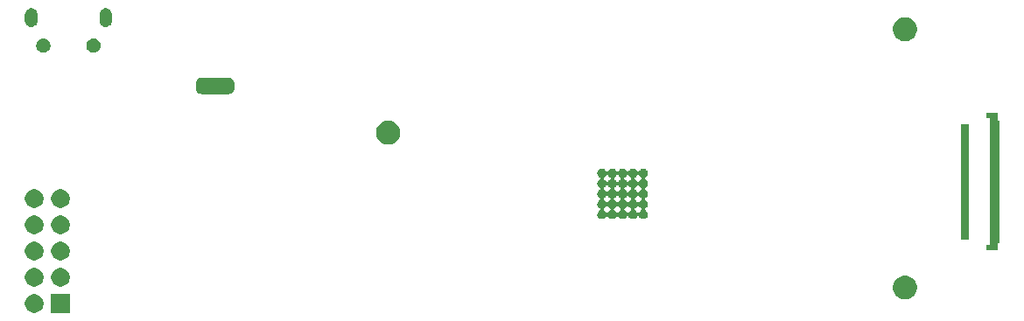
<source format=gbr>
G04 #@! TF.GenerationSoftware,KiCad,Pcbnew,5.1.6*
G04 #@! TF.CreationDate,2020-06-25T17:00:22+02:00*
G04 #@! TF.ProjectId,epaper-breakout,65706170-6572-42d6-9272-65616b6f7574,rev?*
G04 #@! TF.SameCoordinates,Original*
G04 #@! TF.FileFunction,Soldermask,Bot*
G04 #@! TF.FilePolarity,Negative*
%FSLAX46Y46*%
G04 Gerber Fmt 4.6, Leading zero omitted, Abs format (unit mm)*
G04 Created by KiCad (PCBNEW 5.1.6) date 2020-06-25 17:00:22*
%MOMM*%
%LPD*%
G01*
G04 APERTURE LIST*
%ADD10C,0.100000*%
G04 APERTURE END LIST*
D10*
G36*
X30602000Y-49652000D02*
G01*
X28800000Y-49652000D01*
X28800000Y-47850000D01*
X30602000Y-47850000D01*
X30602000Y-49652000D01*
G37*
G36*
X27274512Y-47854927D02*
G01*
X27423812Y-47884624D01*
X27587784Y-47952544D01*
X27735354Y-48051147D01*
X27860853Y-48176646D01*
X27959456Y-48324216D01*
X28027376Y-48488188D01*
X28062000Y-48662259D01*
X28062000Y-48839741D01*
X28027376Y-49013812D01*
X27959456Y-49177784D01*
X27860853Y-49325354D01*
X27735354Y-49450853D01*
X27587784Y-49549456D01*
X27423812Y-49617376D01*
X27274512Y-49647073D01*
X27249742Y-49652000D01*
X27072258Y-49652000D01*
X27047488Y-49647073D01*
X26898188Y-49617376D01*
X26734216Y-49549456D01*
X26586646Y-49450853D01*
X26461147Y-49325354D01*
X26362544Y-49177784D01*
X26294624Y-49013812D01*
X26260000Y-48839741D01*
X26260000Y-48662259D01*
X26294624Y-48488188D01*
X26362544Y-48324216D01*
X26461147Y-48176646D01*
X26586646Y-48051147D01*
X26734216Y-47952544D01*
X26898188Y-47884624D01*
X27047488Y-47854927D01*
X27072258Y-47850000D01*
X27249742Y-47850000D01*
X27274512Y-47854927D01*
G37*
G36*
X111624549Y-46071116D02*
G01*
X111735734Y-46093232D01*
X111945203Y-46179997D01*
X112133720Y-46305960D01*
X112294040Y-46466280D01*
X112420003Y-46654797D01*
X112506768Y-46864266D01*
X112551000Y-47086636D01*
X112551000Y-47313364D01*
X112506768Y-47535734D01*
X112420003Y-47745203D01*
X112294040Y-47933720D01*
X112133720Y-48094040D01*
X111945203Y-48220003D01*
X111735734Y-48306768D01*
X111624549Y-48328884D01*
X111513365Y-48351000D01*
X111286635Y-48351000D01*
X111175451Y-48328884D01*
X111064266Y-48306768D01*
X110854797Y-48220003D01*
X110666280Y-48094040D01*
X110505960Y-47933720D01*
X110379997Y-47745203D01*
X110293232Y-47535734D01*
X110249000Y-47313364D01*
X110249000Y-47086636D01*
X110293232Y-46864266D01*
X110379997Y-46654797D01*
X110505960Y-46466280D01*
X110666280Y-46305960D01*
X110854797Y-46179997D01*
X111064266Y-46093232D01*
X111175451Y-46071116D01*
X111286635Y-46049000D01*
X111513365Y-46049000D01*
X111624549Y-46071116D01*
G37*
G36*
X27274512Y-45314927D02*
G01*
X27423812Y-45344624D01*
X27587784Y-45412544D01*
X27735354Y-45511147D01*
X27860853Y-45636646D01*
X27959456Y-45784216D01*
X28027376Y-45948188D01*
X28062000Y-46122259D01*
X28062000Y-46299741D01*
X28027376Y-46473812D01*
X27959456Y-46637784D01*
X27860853Y-46785354D01*
X27735354Y-46910853D01*
X27587784Y-47009456D01*
X27423812Y-47077376D01*
X27274512Y-47107073D01*
X27249742Y-47112000D01*
X27072258Y-47112000D01*
X27047488Y-47107073D01*
X26898188Y-47077376D01*
X26734216Y-47009456D01*
X26586646Y-46910853D01*
X26461147Y-46785354D01*
X26362544Y-46637784D01*
X26294624Y-46473812D01*
X26260000Y-46299741D01*
X26260000Y-46122259D01*
X26294624Y-45948188D01*
X26362544Y-45784216D01*
X26461147Y-45636646D01*
X26586646Y-45511147D01*
X26734216Y-45412544D01*
X26898188Y-45344624D01*
X27047488Y-45314927D01*
X27072258Y-45310000D01*
X27249742Y-45310000D01*
X27274512Y-45314927D01*
G37*
G36*
X29814512Y-45314927D02*
G01*
X29963812Y-45344624D01*
X30127784Y-45412544D01*
X30275354Y-45511147D01*
X30400853Y-45636646D01*
X30499456Y-45784216D01*
X30567376Y-45948188D01*
X30602000Y-46122259D01*
X30602000Y-46299741D01*
X30567376Y-46473812D01*
X30499456Y-46637784D01*
X30400853Y-46785354D01*
X30275354Y-46910853D01*
X30127784Y-47009456D01*
X29963812Y-47077376D01*
X29814512Y-47107073D01*
X29789742Y-47112000D01*
X29612258Y-47112000D01*
X29587488Y-47107073D01*
X29438188Y-47077376D01*
X29274216Y-47009456D01*
X29126646Y-46910853D01*
X29001147Y-46785354D01*
X28902544Y-46637784D01*
X28834624Y-46473812D01*
X28800000Y-46299741D01*
X28800000Y-46122259D01*
X28834624Y-45948188D01*
X28902544Y-45784216D01*
X29001147Y-45636646D01*
X29126646Y-45511147D01*
X29274216Y-45412544D01*
X29438188Y-45344624D01*
X29587488Y-45314927D01*
X29612258Y-45310000D01*
X29789742Y-45310000D01*
X29814512Y-45314927D01*
G37*
G36*
X29814512Y-42774927D02*
G01*
X29963812Y-42804624D01*
X30127784Y-42872544D01*
X30275354Y-42971147D01*
X30400853Y-43096646D01*
X30499456Y-43244216D01*
X30567376Y-43408188D01*
X30602000Y-43582259D01*
X30602000Y-43759741D01*
X30567376Y-43933812D01*
X30499456Y-44097784D01*
X30400853Y-44245354D01*
X30275354Y-44370853D01*
X30127784Y-44469456D01*
X29963812Y-44537376D01*
X29814512Y-44567073D01*
X29789742Y-44572000D01*
X29612258Y-44572000D01*
X29587488Y-44567073D01*
X29438188Y-44537376D01*
X29274216Y-44469456D01*
X29126646Y-44370853D01*
X29001147Y-44245354D01*
X28902544Y-44097784D01*
X28834624Y-43933812D01*
X28800000Y-43759741D01*
X28800000Y-43582259D01*
X28834624Y-43408188D01*
X28902544Y-43244216D01*
X29001147Y-43096646D01*
X29126646Y-42971147D01*
X29274216Y-42872544D01*
X29438188Y-42804624D01*
X29587488Y-42774927D01*
X29612258Y-42770000D01*
X29789742Y-42770000D01*
X29814512Y-42774927D01*
G37*
G36*
X27274512Y-42774927D02*
G01*
X27423812Y-42804624D01*
X27587784Y-42872544D01*
X27735354Y-42971147D01*
X27860853Y-43096646D01*
X27959456Y-43244216D01*
X28027376Y-43408188D01*
X28062000Y-43582259D01*
X28062000Y-43759741D01*
X28027376Y-43933812D01*
X27959456Y-44097784D01*
X27860853Y-44245354D01*
X27735354Y-44370853D01*
X27587784Y-44469456D01*
X27423812Y-44537376D01*
X27274512Y-44567073D01*
X27249742Y-44572000D01*
X27072258Y-44572000D01*
X27047488Y-44567073D01*
X26898188Y-44537376D01*
X26734216Y-44469456D01*
X26586646Y-44370853D01*
X26461147Y-44245354D01*
X26362544Y-44097784D01*
X26294624Y-43933812D01*
X26260000Y-43759741D01*
X26260000Y-43582259D01*
X26294624Y-43408188D01*
X26362544Y-43244216D01*
X26461147Y-43096646D01*
X26586646Y-42971147D01*
X26734216Y-42872544D01*
X26898188Y-42804624D01*
X27047488Y-42774927D01*
X27072258Y-42770000D01*
X27249742Y-42770000D01*
X27274512Y-42774927D01*
G37*
G36*
X120328200Y-30939401D02*
G01*
X120330602Y-30963787D01*
X120337715Y-30987236D01*
X120349266Y-31008847D01*
X120364811Y-31027789D01*
X120383753Y-31043334D01*
X120405364Y-31054885D01*
X120428813Y-31061998D01*
X120453199Y-31064400D01*
X120528200Y-31064400D01*
X120528200Y-42866400D01*
X120453199Y-42866400D01*
X120428813Y-42868802D01*
X120405364Y-42875915D01*
X120383753Y-42887466D01*
X120364811Y-42903011D01*
X120349266Y-42921953D01*
X120337715Y-42943564D01*
X120330602Y-42967013D01*
X120328200Y-42991399D01*
X120328200Y-43616400D01*
X119276200Y-43616400D01*
X119276200Y-43114400D01*
X119501201Y-43114400D01*
X119525587Y-43111998D01*
X119549036Y-43104885D01*
X119570647Y-43093334D01*
X119589589Y-43077789D01*
X119605134Y-43058847D01*
X119616685Y-43037236D01*
X119623798Y-43013787D01*
X119626200Y-42989401D01*
X119626200Y-30941399D01*
X119623798Y-30917013D01*
X119616685Y-30893564D01*
X119605134Y-30871953D01*
X119589589Y-30853011D01*
X119570647Y-30837466D01*
X119549036Y-30825915D01*
X119525587Y-30818802D01*
X119501201Y-30816400D01*
X119276200Y-30816400D01*
X119276200Y-30314400D01*
X120328200Y-30314400D01*
X120328200Y-30939401D01*
G37*
G36*
X117578200Y-42566400D02*
G01*
X116826200Y-42566400D01*
X116826200Y-31364400D01*
X117578200Y-31364400D01*
X117578200Y-42566400D01*
G37*
G36*
X27274512Y-40234927D02*
G01*
X27423812Y-40264624D01*
X27587784Y-40332544D01*
X27735354Y-40431147D01*
X27860853Y-40556646D01*
X27959456Y-40704216D01*
X28027376Y-40868188D01*
X28062000Y-41042259D01*
X28062000Y-41219741D01*
X28027376Y-41393812D01*
X27959456Y-41557784D01*
X27860853Y-41705354D01*
X27735354Y-41830853D01*
X27587784Y-41929456D01*
X27423812Y-41997376D01*
X27274512Y-42027073D01*
X27249742Y-42032000D01*
X27072258Y-42032000D01*
X27047488Y-42027073D01*
X26898188Y-41997376D01*
X26734216Y-41929456D01*
X26586646Y-41830853D01*
X26461147Y-41705354D01*
X26362544Y-41557784D01*
X26294624Y-41393812D01*
X26260000Y-41219741D01*
X26260000Y-41042259D01*
X26294624Y-40868188D01*
X26362544Y-40704216D01*
X26461147Y-40556646D01*
X26586646Y-40431147D01*
X26734216Y-40332544D01*
X26898188Y-40264624D01*
X27047488Y-40234927D01*
X27072258Y-40230000D01*
X27249742Y-40230000D01*
X27274512Y-40234927D01*
G37*
G36*
X29814512Y-40234927D02*
G01*
X29963812Y-40264624D01*
X30127784Y-40332544D01*
X30275354Y-40431147D01*
X30400853Y-40556646D01*
X30499456Y-40704216D01*
X30567376Y-40868188D01*
X30602000Y-41042259D01*
X30602000Y-41219741D01*
X30567376Y-41393812D01*
X30499456Y-41557784D01*
X30400853Y-41705354D01*
X30275354Y-41830853D01*
X30127784Y-41929456D01*
X29963812Y-41997376D01*
X29814512Y-42027073D01*
X29789742Y-42032000D01*
X29612258Y-42032000D01*
X29587488Y-42027073D01*
X29438188Y-41997376D01*
X29274216Y-41929456D01*
X29126646Y-41830853D01*
X29001147Y-41705354D01*
X28902544Y-41557784D01*
X28834624Y-41393812D01*
X28800000Y-41219741D01*
X28800000Y-41042259D01*
X28834624Y-40868188D01*
X28902544Y-40704216D01*
X29001147Y-40556646D01*
X29126646Y-40431147D01*
X29274216Y-40332544D01*
X29438188Y-40264624D01*
X29587488Y-40234927D01*
X29612258Y-40230000D01*
X29789742Y-40230000D01*
X29814512Y-40234927D01*
G37*
G36*
X82210752Y-35693731D02*
G01*
X82292827Y-35727728D01*
X82292829Y-35727729D01*
X82330013Y-35752575D01*
X82366695Y-35777085D01*
X82429516Y-35839906D01*
X82475267Y-35908377D01*
X82490813Y-35927319D01*
X82509755Y-35942864D01*
X82531365Y-35954415D01*
X82554814Y-35961528D01*
X82579200Y-35963930D01*
X82603586Y-35961528D01*
X82627035Y-35954415D01*
X82648646Y-35942864D01*
X82667588Y-35927318D01*
X82683133Y-35908377D01*
X82728884Y-35839906D01*
X82791705Y-35777085D01*
X82828387Y-35752575D01*
X82865571Y-35727729D01*
X82865573Y-35727728D01*
X82947648Y-35693731D01*
X83034779Y-35676400D01*
X83123621Y-35676400D01*
X83210752Y-35693731D01*
X83292827Y-35727728D01*
X83292829Y-35727729D01*
X83330013Y-35752575D01*
X83366695Y-35777085D01*
X83429516Y-35839906D01*
X83475267Y-35908377D01*
X83490813Y-35927319D01*
X83509755Y-35942864D01*
X83531365Y-35954415D01*
X83554814Y-35961528D01*
X83579200Y-35963930D01*
X83603586Y-35961528D01*
X83627035Y-35954415D01*
X83648646Y-35942864D01*
X83667588Y-35927318D01*
X83683133Y-35908377D01*
X83728884Y-35839906D01*
X83791705Y-35777085D01*
X83828387Y-35752575D01*
X83865571Y-35727729D01*
X83865573Y-35727728D01*
X83947648Y-35693731D01*
X84034779Y-35676400D01*
X84123621Y-35676400D01*
X84210752Y-35693731D01*
X84292827Y-35727728D01*
X84292829Y-35727729D01*
X84330013Y-35752575D01*
X84366695Y-35777085D01*
X84429516Y-35839906D01*
X84475267Y-35908377D01*
X84490813Y-35927319D01*
X84509755Y-35942864D01*
X84531365Y-35954415D01*
X84554814Y-35961528D01*
X84579200Y-35963930D01*
X84603586Y-35961528D01*
X84627035Y-35954415D01*
X84648646Y-35942864D01*
X84667588Y-35927318D01*
X84683133Y-35908377D01*
X84728884Y-35839906D01*
X84791705Y-35777085D01*
X84828387Y-35752575D01*
X84865571Y-35727729D01*
X84865573Y-35727728D01*
X84947648Y-35693731D01*
X85034779Y-35676400D01*
X85123621Y-35676400D01*
X85210752Y-35693731D01*
X85292827Y-35727728D01*
X85292829Y-35727729D01*
X85330013Y-35752575D01*
X85366695Y-35777085D01*
X85429516Y-35839906D01*
X85475267Y-35908377D01*
X85490813Y-35927319D01*
X85509755Y-35942864D01*
X85531365Y-35954415D01*
X85554814Y-35961528D01*
X85579200Y-35963930D01*
X85603586Y-35961528D01*
X85627035Y-35954415D01*
X85648646Y-35942864D01*
X85667588Y-35927318D01*
X85683133Y-35908377D01*
X85728884Y-35839906D01*
X85791705Y-35777085D01*
X85828387Y-35752575D01*
X85865571Y-35727729D01*
X85865573Y-35727728D01*
X85947648Y-35693731D01*
X86034779Y-35676400D01*
X86123621Y-35676400D01*
X86210752Y-35693731D01*
X86292827Y-35727728D01*
X86292829Y-35727729D01*
X86330013Y-35752575D01*
X86366695Y-35777085D01*
X86429515Y-35839905D01*
X86478872Y-35913773D01*
X86512869Y-35995848D01*
X86530200Y-36082979D01*
X86530200Y-36171821D01*
X86512869Y-36258952D01*
X86478872Y-36341027D01*
X86429515Y-36414895D01*
X86366694Y-36477716D01*
X86298223Y-36523467D01*
X86279281Y-36539013D01*
X86263736Y-36557955D01*
X86252185Y-36579565D01*
X86245072Y-36603014D01*
X86242670Y-36627400D01*
X86245072Y-36651786D01*
X86252185Y-36675235D01*
X86263736Y-36696846D01*
X86279282Y-36715788D01*
X86298223Y-36731333D01*
X86366694Y-36777084D01*
X86429515Y-36839905D01*
X86478872Y-36913773D01*
X86512869Y-36995848D01*
X86530200Y-37082979D01*
X86530200Y-37171821D01*
X86512869Y-37258952D01*
X86478872Y-37341027D01*
X86429515Y-37414895D01*
X86366694Y-37477716D01*
X86298223Y-37523467D01*
X86279281Y-37539013D01*
X86263736Y-37557955D01*
X86252185Y-37579565D01*
X86245072Y-37603014D01*
X86242670Y-37627400D01*
X86245072Y-37651786D01*
X86252185Y-37675235D01*
X86263736Y-37696846D01*
X86279282Y-37715788D01*
X86298223Y-37731333D01*
X86366694Y-37777084D01*
X86429515Y-37839905D01*
X86454025Y-37876587D01*
X86463755Y-37891148D01*
X86478872Y-37913773D01*
X86512869Y-37995848D01*
X86530200Y-38082979D01*
X86530200Y-38171821D01*
X86512869Y-38258952D01*
X86478872Y-38341027D01*
X86429515Y-38414895D01*
X86366694Y-38477716D01*
X86298223Y-38523467D01*
X86279281Y-38539013D01*
X86263736Y-38557955D01*
X86252185Y-38579565D01*
X86245072Y-38603014D01*
X86242670Y-38627400D01*
X86245072Y-38651786D01*
X86252185Y-38675235D01*
X86263736Y-38696846D01*
X86279282Y-38715788D01*
X86298223Y-38731333D01*
X86366694Y-38777084D01*
X86429515Y-38839905D01*
X86478872Y-38913773D01*
X86512869Y-38995848D01*
X86530200Y-39082979D01*
X86530200Y-39171821D01*
X86512869Y-39258952D01*
X86478872Y-39341027D01*
X86429515Y-39414895D01*
X86366694Y-39477716D01*
X86298223Y-39523467D01*
X86279281Y-39539013D01*
X86263736Y-39557955D01*
X86252185Y-39579565D01*
X86245072Y-39603014D01*
X86242670Y-39627400D01*
X86245072Y-39651786D01*
X86252185Y-39675235D01*
X86263736Y-39696846D01*
X86279282Y-39715788D01*
X86298223Y-39731333D01*
X86366694Y-39777084D01*
X86429515Y-39839905D01*
X86478872Y-39913773D01*
X86512869Y-39995848D01*
X86530200Y-40082979D01*
X86530200Y-40171821D01*
X86512869Y-40258952D01*
X86478872Y-40341027D01*
X86429516Y-40414894D01*
X86366696Y-40477714D01*
X86292829Y-40527071D01*
X86292828Y-40527072D01*
X86292827Y-40527072D01*
X86210752Y-40561069D01*
X86123621Y-40578400D01*
X86034779Y-40578400D01*
X85947648Y-40561069D01*
X85865573Y-40527072D01*
X85865572Y-40527072D01*
X85865571Y-40527071D01*
X85791704Y-40477714D01*
X85728884Y-40414894D01*
X85683133Y-40346423D01*
X85667587Y-40327481D01*
X85648645Y-40311936D01*
X85627035Y-40300385D01*
X85603586Y-40293272D01*
X85579200Y-40290870D01*
X85554814Y-40293272D01*
X85531365Y-40300385D01*
X85509754Y-40311936D01*
X85490812Y-40327482D01*
X85475267Y-40346423D01*
X85429516Y-40414894D01*
X85366696Y-40477714D01*
X85292829Y-40527071D01*
X85292828Y-40527072D01*
X85292827Y-40527072D01*
X85210752Y-40561069D01*
X85123621Y-40578400D01*
X85034779Y-40578400D01*
X84947648Y-40561069D01*
X84865573Y-40527072D01*
X84865572Y-40527072D01*
X84865571Y-40527071D01*
X84791704Y-40477714D01*
X84728884Y-40414894D01*
X84683133Y-40346423D01*
X84667587Y-40327481D01*
X84648645Y-40311936D01*
X84627035Y-40300385D01*
X84603586Y-40293272D01*
X84579200Y-40290870D01*
X84554814Y-40293272D01*
X84531365Y-40300385D01*
X84509754Y-40311936D01*
X84490812Y-40327482D01*
X84475267Y-40346423D01*
X84429516Y-40414894D01*
X84366696Y-40477714D01*
X84292829Y-40527071D01*
X84292828Y-40527072D01*
X84292827Y-40527072D01*
X84210752Y-40561069D01*
X84123621Y-40578400D01*
X84034779Y-40578400D01*
X83947648Y-40561069D01*
X83865573Y-40527072D01*
X83865572Y-40527072D01*
X83865571Y-40527071D01*
X83791704Y-40477714D01*
X83728884Y-40414894D01*
X83683133Y-40346423D01*
X83667587Y-40327481D01*
X83648645Y-40311936D01*
X83627035Y-40300385D01*
X83603586Y-40293272D01*
X83579200Y-40290870D01*
X83554814Y-40293272D01*
X83531365Y-40300385D01*
X83509754Y-40311936D01*
X83490812Y-40327482D01*
X83475267Y-40346423D01*
X83429516Y-40414894D01*
X83366696Y-40477714D01*
X83292829Y-40527071D01*
X83292828Y-40527072D01*
X83292827Y-40527072D01*
X83210752Y-40561069D01*
X83123621Y-40578400D01*
X83034779Y-40578400D01*
X82947648Y-40561069D01*
X82865573Y-40527072D01*
X82865572Y-40527072D01*
X82865571Y-40527071D01*
X82791704Y-40477714D01*
X82728884Y-40414894D01*
X82683133Y-40346423D01*
X82667587Y-40327481D01*
X82648645Y-40311936D01*
X82627035Y-40300385D01*
X82603586Y-40293272D01*
X82579200Y-40290870D01*
X82554814Y-40293272D01*
X82531365Y-40300385D01*
X82509754Y-40311936D01*
X82490812Y-40327482D01*
X82475267Y-40346423D01*
X82429516Y-40414894D01*
X82366696Y-40477714D01*
X82292829Y-40527071D01*
X82292828Y-40527072D01*
X82292827Y-40527072D01*
X82210752Y-40561069D01*
X82123621Y-40578400D01*
X82034779Y-40578400D01*
X81947648Y-40561069D01*
X81865573Y-40527072D01*
X81865572Y-40527072D01*
X81865571Y-40527071D01*
X81791704Y-40477714D01*
X81728886Y-40414896D01*
X81728885Y-40414894D01*
X81679528Y-40341027D01*
X81645531Y-40258952D01*
X81628200Y-40171821D01*
X81628200Y-40082979D01*
X81645531Y-39995848D01*
X81679528Y-39913773D01*
X81728885Y-39839905D01*
X81791706Y-39777084D01*
X81860177Y-39731333D01*
X81879119Y-39715787D01*
X81894664Y-39696845D01*
X81906215Y-39675235D01*
X81913328Y-39651786D01*
X81915730Y-39627400D01*
X82242670Y-39627400D01*
X82245072Y-39651786D01*
X82252185Y-39675235D01*
X82263736Y-39696846D01*
X82279282Y-39715788D01*
X82298223Y-39731333D01*
X82366694Y-39777084D01*
X82429516Y-39839906D01*
X82475267Y-39908377D01*
X82490813Y-39927319D01*
X82509755Y-39942864D01*
X82531365Y-39954415D01*
X82554814Y-39961528D01*
X82579200Y-39963930D01*
X82603586Y-39961528D01*
X82627035Y-39954415D01*
X82648646Y-39942864D01*
X82667588Y-39927318D01*
X82683133Y-39908377D01*
X82728884Y-39839906D01*
X82791706Y-39777084D01*
X82860177Y-39731333D01*
X82879119Y-39715787D01*
X82894664Y-39696845D01*
X82906215Y-39675235D01*
X82913328Y-39651786D01*
X82915730Y-39627400D01*
X83242670Y-39627400D01*
X83245072Y-39651786D01*
X83252185Y-39675235D01*
X83263736Y-39696846D01*
X83279282Y-39715788D01*
X83298223Y-39731333D01*
X83366694Y-39777084D01*
X83429516Y-39839906D01*
X83475267Y-39908377D01*
X83490813Y-39927319D01*
X83509755Y-39942864D01*
X83531365Y-39954415D01*
X83554814Y-39961528D01*
X83579200Y-39963930D01*
X83603586Y-39961528D01*
X83627035Y-39954415D01*
X83648646Y-39942864D01*
X83667588Y-39927318D01*
X83683133Y-39908377D01*
X83728884Y-39839906D01*
X83791706Y-39777084D01*
X83860177Y-39731333D01*
X83879119Y-39715787D01*
X83894664Y-39696845D01*
X83906215Y-39675235D01*
X83913328Y-39651786D01*
X83915730Y-39627400D01*
X84242670Y-39627400D01*
X84245072Y-39651786D01*
X84252185Y-39675235D01*
X84263736Y-39696846D01*
X84279282Y-39715788D01*
X84298223Y-39731333D01*
X84366694Y-39777084D01*
X84429516Y-39839906D01*
X84475267Y-39908377D01*
X84490813Y-39927319D01*
X84509755Y-39942864D01*
X84531365Y-39954415D01*
X84554814Y-39961528D01*
X84579200Y-39963930D01*
X84603586Y-39961528D01*
X84627035Y-39954415D01*
X84648646Y-39942864D01*
X84667588Y-39927318D01*
X84683133Y-39908377D01*
X84728884Y-39839906D01*
X84791706Y-39777084D01*
X84860177Y-39731333D01*
X84879119Y-39715787D01*
X84894664Y-39696845D01*
X84906215Y-39675235D01*
X84913328Y-39651786D01*
X84915730Y-39627400D01*
X85242670Y-39627400D01*
X85245072Y-39651786D01*
X85252185Y-39675235D01*
X85263736Y-39696846D01*
X85279282Y-39715788D01*
X85298223Y-39731333D01*
X85366694Y-39777084D01*
X85429516Y-39839906D01*
X85475267Y-39908377D01*
X85490813Y-39927319D01*
X85509755Y-39942864D01*
X85531365Y-39954415D01*
X85554814Y-39961528D01*
X85579200Y-39963930D01*
X85603586Y-39961528D01*
X85627035Y-39954415D01*
X85648646Y-39942864D01*
X85667588Y-39927318D01*
X85683133Y-39908377D01*
X85728884Y-39839906D01*
X85791706Y-39777084D01*
X85860177Y-39731333D01*
X85879119Y-39715787D01*
X85894664Y-39696845D01*
X85906215Y-39675235D01*
X85913328Y-39651786D01*
X85915730Y-39627400D01*
X85913328Y-39603014D01*
X85906215Y-39579565D01*
X85894664Y-39557954D01*
X85879118Y-39539012D01*
X85860177Y-39523467D01*
X85791706Y-39477716D01*
X85728884Y-39414894D01*
X85683133Y-39346423D01*
X85667587Y-39327481D01*
X85648645Y-39311936D01*
X85627035Y-39300385D01*
X85603586Y-39293272D01*
X85579200Y-39290870D01*
X85554814Y-39293272D01*
X85531365Y-39300385D01*
X85509754Y-39311936D01*
X85490812Y-39327482D01*
X85475267Y-39346423D01*
X85429516Y-39414894D01*
X85366694Y-39477716D01*
X85298223Y-39523467D01*
X85279281Y-39539013D01*
X85263736Y-39557955D01*
X85252185Y-39579565D01*
X85245072Y-39603014D01*
X85242670Y-39627400D01*
X84915730Y-39627400D01*
X84913328Y-39603014D01*
X84906215Y-39579565D01*
X84894664Y-39557954D01*
X84879118Y-39539012D01*
X84860177Y-39523467D01*
X84791706Y-39477716D01*
X84728884Y-39414894D01*
X84683133Y-39346423D01*
X84667587Y-39327481D01*
X84648645Y-39311936D01*
X84627035Y-39300385D01*
X84603586Y-39293272D01*
X84579200Y-39290870D01*
X84554814Y-39293272D01*
X84531365Y-39300385D01*
X84509754Y-39311936D01*
X84490812Y-39327482D01*
X84475267Y-39346423D01*
X84429516Y-39414894D01*
X84366694Y-39477716D01*
X84298223Y-39523467D01*
X84279281Y-39539013D01*
X84263736Y-39557955D01*
X84252185Y-39579565D01*
X84245072Y-39603014D01*
X84242670Y-39627400D01*
X83915730Y-39627400D01*
X83913328Y-39603014D01*
X83906215Y-39579565D01*
X83894664Y-39557954D01*
X83879118Y-39539012D01*
X83860177Y-39523467D01*
X83791706Y-39477716D01*
X83728884Y-39414894D01*
X83683133Y-39346423D01*
X83667587Y-39327481D01*
X83648645Y-39311936D01*
X83627035Y-39300385D01*
X83603586Y-39293272D01*
X83579200Y-39290870D01*
X83554814Y-39293272D01*
X83531365Y-39300385D01*
X83509754Y-39311936D01*
X83490812Y-39327482D01*
X83475267Y-39346423D01*
X83429516Y-39414894D01*
X83366694Y-39477716D01*
X83298223Y-39523467D01*
X83279281Y-39539013D01*
X83263736Y-39557955D01*
X83252185Y-39579565D01*
X83245072Y-39603014D01*
X83242670Y-39627400D01*
X82915730Y-39627400D01*
X82913328Y-39603014D01*
X82906215Y-39579565D01*
X82894664Y-39557954D01*
X82879118Y-39539012D01*
X82860177Y-39523467D01*
X82791706Y-39477716D01*
X82728884Y-39414894D01*
X82683133Y-39346423D01*
X82667587Y-39327481D01*
X82648645Y-39311936D01*
X82627035Y-39300385D01*
X82603586Y-39293272D01*
X82579200Y-39290870D01*
X82554814Y-39293272D01*
X82531365Y-39300385D01*
X82509754Y-39311936D01*
X82490812Y-39327482D01*
X82475267Y-39346423D01*
X82429516Y-39414894D01*
X82366694Y-39477716D01*
X82298223Y-39523467D01*
X82279281Y-39539013D01*
X82263736Y-39557955D01*
X82252185Y-39579565D01*
X82245072Y-39603014D01*
X82242670Y-39627400D01*
X81915730Y-39627400D01*
X81913328Y-39603014D01*
X81906215Y-39579565D01*
X81894664Y-39557954D01*
X81879118Y-39539012D01*
X81860177Y-39523467D01*
X81791706Y-39477716D01*
X81728885Y-39414895D01*
X81679528Y-39341027D01*
X81645531Y-39258952D01*
X81628200Y-39171821D01*
X81628200Y-39082979D01*
X81645531Y-38995848D01*
X81679528Y-38913773D01*
X81728885Y-38839905D01*
X81791706Y-38777084D01*
X81860177Y-38731333D01*
X81879119Y-38715787D01*
X81894664Y-38696845D01*
X81906215Y-38675235D01*
X81913328Y-38651786D01*
X81915730Y-38627400D01*
X82242670Y-38627400D01*
X82245072Y-38651786D01*
X82252185Y-38675235D01*
X82263736Y-38696846D01*
X82279282Y-38715788D01*
X82298223Y-38731333D01*
X82366694Y-38777084D01*
X82429516Y-38839906D01*
X82475267Y-38908377D01*
X82490813Y-38927319D01*
X82509755Y-38942864D01*
X82531365Y-38954415D01*
X82554814Y-38961528D01*
X82579200Y-38963930D01*
X82603586Y-38961528D01*
X82627035Y-38954415D01*
X82648646Y-38942864D01*
X82667588Y-38927318D01*
X82683133Y-38908377D01*
X82728884Y-38839906D01*
X82791706Y-38777084D01*
X82860177Y-38731333D01*
X82879119Y-38715787D01*
X82894664Y-38696845D01*
X82906215Y-38675235D01*
X82913328Y-38651786D01*
X82915730Y-38627400D01*
X83242670Y-38627400D01*
X83245072Y-38651786D01*
X83252185Y-38675235D01*
X83263736Y-38696846D01*
X83279282Y-38715788D01*
X83298223Y-38731333D01*
X83366694Y-38777084D01*
X83429516Y-38839906D01*
X83475267Y-38908377D01*
X83490813Y-38927319D01*
X83509755Y-38942864D01*
X83531365Y-38954415D01*
X83554814Y-38961528D01*
X83579200Y-38963930D01*
X83603586Y-38961528D01*
X83627035Y-38954415D01*
X83648646Y-38942864D01*
X83667588Y-38927318D01*
X83683133Y-38908377D01*
X83728884Y-38839906D01*
X83791706Y-38777084D01*
X83860177Y-38731333D01*
X83879119Y-38715787D01*
X83894664Y-38696845D01*
X83906215Y-38675235D01*
X83913328Y-38651786D01*
X83915730Y-38627400D01*
X84242670Y-38627400D01*
X84245072Y-38651786D01*
X84252185Y-38675235D01*
X84263736Y-38696846D01*
X84279282Y-38715788D01*
X84298223Y-38731333D01*
X84366694Y-38777084D01*
X84429516Y-38839906D01*
X84475267Y-38908377D01*
X84490813Y-38927319D01*
X84509755Y-38942864D01*
X84531365Y-38954415D01*
X84554814Y-38961528D01*
X84579200Y-38963930D01*
X84603586Y-38961528D01*
X84627035Y-38954415D01*
X84648646Y-38942864D01*
X84667588Y-38927318D01*
X84683133Y-38908377D01*
X84728884Y-38839906D01*
X84791706Y-38777084D01*
X84860177Y-38731333D01*
X84879119Y-38715787D01*
X84894664Y-38696845D01*
X84906215Y-38675235D01*
X84913328Y-38651786D01*
X84915730Y-38627400D01*
X85242670Y-38627400D01*
X85245072Y-38651786D01*
X85252185Y-38675235D01*
X85263736Y-38696846D01*
X85279282Y-38715788D01*
X85298223Y-38731333D01*
X85366694Y-38777084D01*
X85429516Y-38839906D01*
X85475267Y-38908377D01*
X85490813Y-38927319D01*
X85509755Y-38942864D01*
X85531365Y-38954415D01*
X85554814Y-38961528D01*
X85579200Y-38963930D01*
X85603586Y-38961528D01*
X85627035Y-38954415D01*
X85648646Y-38942864D01*
X85667588Y-38927318D01*
X85683133Y-38908377D01*
X85728884Y-38839906D01*
X85791706Y-38777084D01*
X85860177Y-38731333D01*
X85879119Y-38715787D01*
X85894664Y-38696845D01*
X85906215Y-38675235D01*
X85913328Y-38651786D01*
X85915730Y-38627400D01*
X85913328Y-38603014D01*
X85906215Y-38579565D01*
X85894664Y-38557954D01*
X85879118Y-38539012D01*
X85860177Y-38523467D01*
X85791706Y-38477716D01*
X85728884Y-38414894D01*
X85683133Y-38346423D01*
X85667587Y-38327481D01*
X85648645Y-38311936D01*
X85627035Y-38300385D01*
X85603586Y-38293272D01*
X85579200Y-38290870D01*
X85554814Y-38293272D01*
X85531365Y-38300385D01*
X85509754Y-38311936D01*
X85490812Y-38327482D01*
X85475267Y-38346423D01*
X85429516Y-38414894D01*
X85366694Y-38477716D01*
X85298223Y-38523467D01*
X85279281Y-38539013D01*
X85263736Y-38557955D01*
X85252185Y-38579565D01*
X85245072Y-38603014D01*
X85242670Y-38627400D01*
X84915730Y-38627400D01*
X84913328Y-38603014D01*
X84906215Y-38579565D01*
X84894664Y-38557954D01*
X84879118Y-38539012D01*
X84860177Y-38523467D01*
X84791706Y-38477716D01*
X84728884Y-38414894D01*
X84683133Y-38346423D01*
X84667587Y-38327481D01*
X84648645Y-38311936D01*
X84627035Y-38300385D01*
X84603586Y-38293272D01*
X84579200Y-38290870D01*
X84554814Y-38293272D01*
X84531365Y-38300385D01*
X84509754Y-38311936D01*
X84490812Y-38327482D01*
X84475267Y-38346423D01*
X84429516Y-38414894D01*
X84366694Y-38477716D01*
X84298223Y-38523467D01*
X84279281Y-38539013D01*
X84263736Y-38557955D01*
X84252185Y-38579565D01*
X84245072Y-38603014D01*
X84242670Y-38627400D01*
X83915730Y-38627400D01*
X83913328Y-38603014D01*
X83906215Y-38579565D01*
X83894664Y-38557954D01*
X83879118Y-38539012D01*
X83860177Y-38523467D01*
X83791706Y-38477716D01*
X83728884Y-38414894D01*
X83683133Y-38346423D01*
X83667587Y-38327481D01*
X83648645Y-38311936D01*
X83627035Y-38300385D01*
X83603586Y-38293272D01*
X83579200Y-38290870D01*
X83554814Y-38293272D01*
X83531365Y-38300385D01*
X83509754Y-38311936D01*
X83490812Y-38327482D01*
X83475267Y-38346423D01*
X83429516Y-38414894D01*
X83366694Y-38477716D01*
X83298223Y-38523467D01*
X83279281Y-38539013D01*
X83263736Y-38557955D01*
X83252185Y-38579565D01*
X83245072Y-38603014D01*
X83242670Y-38627400D01*
X82915730Y-38627400D01*
X82913328Y-38603014D01*
X82906215Y-38579565D01*
X82894664Y-38557954D01*
X82879118Y-38539012D01*
X82860177Y-38523467D01*
X82791706Y-38477716D01*
X82728884Y-38414894D01*
X82683133Y-38346423D01*
X82667587Y-38327481D01*
X82648645Y-38311936D01*
X82627035Y-38300385D01*
X82603586Y-38293272D01*
X82579200Y-38290870D01*
X82554814Y-38293272D01*
X82531365Y-38300385D01*
X82509754Y-38311936D01*
X82490812Y-38327482D01*
X82475267Y-38346423D01*
X82429516Y-38414894D01*
X82366694Y-38477716D01*
X82298223Y-38523467D01*
X82279281Y-38539013D01*
X82263736Y-38557955D01*
X82252185Y-38579565D01*
X82245072Y-38603014D01*
X82242670Y-38627400D01*
X81915730Y-38627400D01*
X81913328Y-38603014D01*
X81906215Y-38579565D01*
X81894664Y-38557954D01*
X81879118Y-38539012D01*
X81860177Y-38523467D01*
X81791706Y-38477716D01*
X81728885Y-38414895D01*
X81679528Y-38341027D01*
X81645531Y-38258952D01*
X81628200Y-38171821D01*
X81628200Y-38082979D01*
X81645531Y-37995848D01*
X81679528Y-37913773D01*
X81694646Y-37891148D01*
X81704375Y-37876587D01*
X81728885Y-37839905D01*
X81791706Y-37777084D01*
X81860177Y-37731333D01*
X81879119Y-37715787D01*
X81894664Y-37696845D01*
X81906215Y-37675235D01*
X81913328Y-37651786D01*
X81915730Y-37627400D01*
X82242670Y-37627400D01*
X82245072Y-37651786D01*
X82252185Y-37675235D01*
X82263736Y-37696846D01*
X82279282Y-37715788D01*
X82298223Y-37731333D01*
X82366694Y-37777084D01*
X82429516Y-37839906D01*
X82475267Y-37908377D01*
X82490813Y-37927319D01*
X82509755Y-37942864D01*
X82531365Y-37954415D01*
X82554814Y-37961528D01*
X82579200Y-37963930D01*
X82603586Y-37961528D01*
X82627035Y-37954415D01*
X82648646Y-37942864D01*
X82667588Y-37927318D01*
X82683133Y-37908377D01*
X82728884Y-37839906D01*
X82791706Y-37777084D01*
X82860177Y-37731333D01*
X82879119Y-37715787D01*
X82894664Y-37696845D01*
X82906215Y-37675235D01*
X82913328Y-37651786D01*
X82915730Y-37627400D01*
X83242670Y-37627400D01*
X83245072Y-37651786D01*
X83252185Y-37675235D01*
X83263736Y-37696846D01*
X83279282Y-37715788D01*
X83298223Y-37731333D01*
X83366694Y-37777084D01*
X83429516Y-37839906D01*
X83475267Y-37908377D01*
X83490813Y-37927319D01*
X83509755Y-37942864D01*
X83531365Y-37954415D01*
X83554814Y-37961528D01*
X83579200Y-37963930D01*
X83603586Y-37961528D01*
X83627035Y-37954415D01*
X83648646Y-37942864D01*
X83667588Y-37927318D01*
X83683133Y-37908377D01*
X83728884Y-37839906D01*
X83791706Y-37777084D01*
X83860177Y-37731333D01*
X83879119Y-37715787D01*
X83894664Y-37696845D01*
X83906215Y-37675235D01*
X83913328Y-37651786D01*
X83915730Y-37627400D01*
X84242670Y-37627400D01*
X84245072Y-37651786D01*
X84252185Y-37675235D01*
X84263736Y-37696846D01*
X84279282Y-37715788D01*
X84298223Y-37731333D01*
X84366694Y-37777084D01*
X84429516Y-37839906D01*
X84475267Y-37908377D01*
X84490813Y-37927319D01*
X84509755Y-37942864D01*
X84531365Y-37954415D01*
X84554814Y-37961528D01*
X84579200Y-37963930D01*
X84603586Y-37961528D01*
X84627035Y-37954415D01*
X84648646Y-37942864D01*
X84667588Y-37927318D01*
X84683133Y-37908377D01*
X84728884Y-37839906D01*
X84791706Y-37777084D01*
X84860177Y-37731333D01*
X84879119Y-37715787D01*
X84894664Y-37696845D01*
X84906215Y-37675235D01*
X84913328Y-37651786D01*
X84915730Y-37627400D01*
X85242670Y-37627400D01*
X85245072Y-37651786D01*
X85252185Y-37675235D01*
X85263736Y-37696846D01*
X85279282Y-37715788D01*
X85298223Y-37731333D01*
X85366694Y-37777084D01*
X85429516Y-37839906D01*
X85475267Y-37908377D01*
X85490813Y-37927319D01*
X85509755Y-37942864D01*
X85531365Y-37954415D01*
X85554814Y-37961528D01*
X85579200Y-37963930D01*
X85603586Y-37961528D01*
X85627035Y-37954415D01*
X85648646Y-37942864D01*
X85667588Y-37927318D01*
X85683133Y-37908377D01*
X85728884Y-37839906D01*
X85791706Y-37777084D01*
X85860177Y-37731333D01*
X85879119Y-37715787D01*
X85894664Y-37696845D01*
X85906215Y-37675235D01*
X85913328Y-37651786D01*
X85915730Y-37627400D01*
X85913328Y-37603014D01*
X85906215Y-37579565D01*
X85894664Y-37557954D01*
X85879118Y-37539012D01*
X85860177Y-37523467D01*
X85791706Y-37477716D01*
X85728884Y-37414894D01*
X85683133Y-37346423D01*
X85667587Y-37327481D01*
X85648645Y-37311936D01*
X85627035Y-37300385D01*
X85603586Y-37293272D01*
X85579200Y-37290870D01*
X85554814Y-37293272D01*
X85531365Y-37300385D01*
X85509754Y-37311936D01*
X85490812Y-37327482D01*
X85475267Y-37346423D01*
X85429516Y-37414894D01*
X85366694Y-37477716D01*
X85298223Y-37523467D01*
X85279281Y-37539013D01*
X85263736Y-37557955D01*
X85252185Y-37579565D01*
X85245072Y-37603014D01*
X85242670Y-37627400D01*
X84915730Y-37627400D01*
X84913328Y-37603014D01*
X84906215Y-37579565D01*
X84894664Y-37557954D01*
X84879118Y-37539012D01*
X84860177Y-37523467D01*
X84791706Y-37477716D01*
X84728884Y-37414894D01*
X84683133Y-37346423D01*
X84667587Y-37327481D01*
X84648645Y-37311936D01*
X84627035Y-37300385D01*
X84603586Y-37293272D01*
X84579200Y-37290870D01*
X84554814Y-37293272D01*
X84531365Y-37300385D01*
X84509754Y-37311936D01*
X84490812Y-37327482D01*
X84475267Y-37346423D01*
X84429516Y-37414894D01*
X84366694Y-37477716D01*
X84298223Y-37523467D01*
X84279281Y-37539013D01*
X84263736Y-37557955D01*
X84252185Y-37579565D01*
X84245072Y-37603014D01*
X84242670Y-37627400D01*
X83915730Y-37627400D01*
X83913328Y-37603014D01*
X83906215Y-37579565D01*
X83894664Y-37557954D01*
X83879118Y-37539012D01*
X83860177Y-37523467D01*
X83791706Y-37477716D01*
X83728884Y-37414894D01*
X83683133Y-37346423D01*
X83667587Y-37327481D01*
X83648645Y-37311936D01*
X83627035Y-37300385D01*
X83603586Y-37293272D01*
X83579200Y-37290870D01*
X83554814Y-37293272D01*
X83531365Y-37300385D01*
X83509754Y-37311936D01*
X83490812Y-37327482D01*
X83475267Y-37346423D01*
X83429516Y-37414894D01*
X83366694Y-37477716D01*
X83298223Y-37523467D01*
X83279281Y-37539013D01*
X83263736Y-37557955D01*
X83252185Y-37579565D01*
X83245072Y-37603014D01*
X83242670Y-37627400D01*
X82915730Y-37627400D01*
X82913328Y-37603014D01*
X82906215Y-37579565D01*
X82894664Y-37557954D01*
X82879118Y-37539012D01*
X82860177Y-37523467D01*
X82791706Y-37477716D01*
X82728884Y-37414894D01*
X82683133Y-37346423D01*
X82667587Y-37327481D01*
X82648645Y-37311936D01*
X82627035Y-37300385D01*
X82603586Y-37293272D01*
X82579200Y-37290870D01*
X82554814Y-37293272D01*
X82531365Y-37300385D01*
X82509754Y-37311936D01*
X82490812Y-37327482D01*
X82475267Y-37346423D01*
X82429516Y-37414894D01*
X82366694Y-37477716D01*
X82298223Y-37523467D01*
X82279281Y-37539013D01*
X82263736Y-37557955D01*
X82252185Y-37579565D01*
X82245072Y-37603014D01*
X82242670Y-37627400D01*
X81915730Y-37627400D01*
X81913328Y-37603014D01*
X81906215Y-37579565D01*
X81894664Y-37557954D01*
X81879118Y-37539012D01*
X81860177Y-37523467D01*
X81791706Y-37477716D01*
X81728885Y-37414895D01*
X81679528Y-37341027D01*
X81645531Y-37258952D01*
X81628200Y-37171821D01*
X81628200Y-37082979D01*
X81645531Y-36995848D01*
X81679528Y-36913773D01*
X81728885Y-36839905D01*
X81791706Y-36777084D01*
X81860177Y-36731333D01*
X81879119Y-36715787D01*
X81894664Y-36696845D01*
X81906215Y-36675235D01*
X81913328Y-36651786D01*
X81915730Y-36627400D01*
X82242670Y-36627400D01*
X82245072Y-36651786D01*
X82252185Y-36675235D01*
X82263736Y-36696846D01*
X82279282Y-36715788D01*
X82298223Y-36731333D01*
X82366694Y-36777084D01*
X82429516Y-36839906D01*
X82475267Y-36908377D01*
X82490813Y-36927319D01*
X82509755Y-36942864D01*
X82531365Y-36954415D01*
X82554814Y-36961528D01*
X82579200Y-36963930D01*
X82603586Y-36961528D01*
X82627035Y-36954415D01*
X82648646Y-36942864D01*
X82667588Y-36927318D01*
X82683133Y-36908377D01*
X82728884Y-36839906D01*
X82791706Y-36777084D01*
X82860177Y-36731333D01*
X82879119Y-36715787D01*
X82894664Y-36696845D01*
X82906215Y-36675235D01*
X82913328Y-36651786D01*
X82915730Y-36627400D01*
X83242670Y-36627400D01*
X83245072Y-36651786D01*
X83252185Y-36675235D01*
X83263736Y-36696846D01*
X83279282Y-36715788D01*
X83298223Y-36731333D01*
X83366694Y-36777084D01*
X83429516Y-36839906D01*
X83475267Y-36908377D01*
X83490813Y-36927319D01*
X83509755Y-36942864D01*
X83531365Y-36954415D01*
X83554814Y-36961528D01*
X83579200Y-36963930D01*
X83603586Y-36961528D01*
X83627035Y-36954415D01*
X83648646Y-36942864D01*
X83667588Y-36927318D01*
X83683133Y-36908377D01*
X83728884Y-36839906D01*
X83791706Y-36777084D01*
X83860177Y-36731333D01*
X83879119Y-36715787D01*
X83894664Y-36696845D01*
X83906215Y-36675235D01*
X83913328Y-36651786D01*
X83915730Y-36627400D01*
X84242670Y-36627400D01*
X84245072Y-36651786D01*
X84252185Y-36675235D01*
X84263736Y-36696846D01*
X84279282Y-36715788D01*
X84298223Y-36731333D01*
X84366694Y-36777084D01*
X84429516Y-36839906D01*
X84475267Y-36908377D01*
X84490813Y-36927319D01*
X84509755Y-36942864D01*
X84531365Y-36954415D01*
X84554814Y-36961528D01*
X84579200Y-36963930D01*
X84603586Y-36961528D01*
X84627035Y-36954415D01*
X84648646Y-36942864D01*
X84667588Y-36927318D01*
X84683133Y-36908377D01*
X84728884Y-36839906D01*
X84791706Y-36777084D01*
X84860177Y-36731333D01*
X84879119Y-36715787D01*
X84894664Y-36696845D01*
X84906215Y-36675235D01*
X84913328Y-36651786D01*
X84915730Y-36627400D01*
X85242670Y-36627400D01*
X85245072Y-36651786D01*
X85252185Y-36675235D01*
X85263736Y-36696846D01*
X85279282Y-36715788D01*
X85298223Y-36731333D01*
X85366694Y-36777084D01*
X85429516Y-36839906D01*
X85475267Y-36908377D01*
X85490813Y-36927319D01*
X85509755Y-36942864D01*
X85531365Y-36954415D01*
X85554814Y-36961528D01*
X85579200Y-36963930D01*
X85603586Y-36961528D01*
X85627035Y-36954415D01*
X85648646Y-36942864D01*
X85667588Y-36927318D01*
X85683133Y-36908377D01*
X85728884Y-36839906D01*
X85791706Y-36777084D01*
X85860177Y-36731333D01*
X85879119Y-36715787D01*
X85894664Y-36696845D01*
X85906215Y-36675235D01*
X85913328Y-36651786D01*
X85915730Y-36627400D01*
X85913328Y-36603014D01*
X85906215Y-36579565D01*
X85894664Y-36557954D01*
X85879118Y-36539012D01*
X85860177Y-36523467D01*
X85791706Y-36477716D01*
X85728884Y-36414894D01*
X85683133Y-36346423D01*
X85667587Y-36327481D01*
X85648645Y-36311936D01*
X85627035Y-36300385D01*
X85603586Y-36293272D01*
X85579200Y-36290870D01*
X85554814Y-36293272D01*
X85531365Y-36300385D01*
X85509754Y-36311936D01*
X85490812Y-36327482D01*
X85475267Y-36346423D01*
X85429516Y-36414894D01*
X85366694Y-36477716D01*
X85298223Y-36523467D01*
X85279281Y-36539013D01*
X85263736Y-36557955D01*
X85252185Y-36579565D01*
X85245072Y-36603014D01*
X85242670Y-36627400D01*
X84915730Y-36627400D01*
X84913328Y-36603014D01*
X84906215Y-36579565D01*
X84894664Y-36557954D01*
X84879118Y-36539012D01*
X84860177Y-36523467D01*
X84791706Y-36477716D01*
X84728884Y-36414894D01*
X84683133Y-36346423D01*
X84667587Y-36327481D01*
X84648645Y-36311936D01*
X84627035Y-36300385D01*
X84603586Y-36293272D01*
X84579200Y-36290870D01*
X84554814Y-36293272D01*
X84531365Y-36300385D01*
X84509754Y-36311936D01*
X84490812Y-36327482D01*
X84475267Y-36346423D01*
X84429516Y-36414894D01*
X84366694Y-36477716D01*
X84298223Y-36523467D01*
X84279281Y-36539013D01*
X84263736Y-36557955D01*
X84252185Y-36579565D01*
X84245072Y-36603014D01*
X84242670Y-36627400D01*
X83915730Y-36627400D01*
X83913328Y-36603014D01*
X83906215Y-36579565D01*
X83894664Y-36557954D01*
X83879118Y-36539012D01*
X83860177Y-36523467D01*
X83791706Y-36477716D01*
X83728884Y-36414894D01*
X83683133Y-36346423D01*
X83667587Y-36327481D01*
X83648645Y-36311936D01*
X83627035Y-36300385D01*
X83603586Y-36293272D01*
X83579200Y-36290870D01*
X83554814Y-36293272D01*
X83531365Y-36300385D01*
X83509754Y-36311936D01*
X83490812Y-36327482D01*
X83475267Y-36346423D01*
X83429516Y-36414894D01*
X83366694Y-36477716D01*
X83298223Y-36523467D01*
X83279281Y-36539013D01*
X83263736Y-36557955D01*
X83252185Y-36579565D01*
X83245072Y-36603014D01*
X83242670Y-36627400D01*
X82915730Y-36627400D01*
X82913328Y-36603014D01*
X82906215Y-36579565D01*
X82894664Y-36557954D01*
X82879118Y-36539012D01*
X82860177Y-36523467D01*
X82791706Y-36477716D01*
X82728884Y-36414894D01*
X82683133Y-36346423D01*
X82667587Y-36327481D01*
X82648645Y-36311936D01*
X82627035Y-36300385D01*
X82603586Y-36293272D01*
X82579200Y-36290870D01*
X82554814Y-36293272D01*
X82531365Y-36300385D01*
X82509754Y-36311936D01*
X82490812Y-36327482D01*
X82475267Y-36346423D01*
X82429516Y-36414894D01*
X82366694Y-36477716D01*
X82298223Y-36523467D01*
X82279281Y-36539013D01*
X82263736Y-36557955D01*
X82252185Y-36579565D01*
X82245072Y-36603014D01*
X82242670Y-36627400D01*
X81915730Y-36627400D01*
X81913328Y-36603014D01*
X81906215Y-36579565D01*
X81894664Y-36557954D01*
X81879118Y-36539012D01*
X81860177Y-36523467D01*
X81791706Y-36477716D01*
X81728885Y-36414895D01*
X81679528Y-36341027D01*
X81645531Y-36258952D01*
X81628200Y-36171821D01*
X81628200Y-36082979D01*
X81645531Y-35995848D01*
X81679528Y-35913773D01*
X81728885Y-35839905D01*
X81791705Y-35777085D01*
X81828387Y-35752575D01*
X81865571Y-35727729D01*
X81865573Y-35727728D01*
X81947648Y-35693731D01*
X82034779Y-35676400D01*
X82123621Y-35676400D01*
X82210752Y-35693731D01*
G37*
G36*
X27268504Y-37693732D02*
G01*
X27423812Y-37724624D01*
X27587784Y-37792544D01*
X27735354Y-37891147D01*
X27860853Y-38016646D01*
X27959456Y-38164216D01*
X28027376Y-38328188D01*
X28062000Y-38502259D01*
X28062000Y-38679741D01*
X28027376Y-38853812D01*
X27959456Y-39017784D01*
X27860853Y-39165354D01*
X27735354Y-39290853D01*
X27587784Y-39389456D01*
X27423812Y-39457376D01*
X27274512Y-39487073D01*
X27249742Y-39492000D01*
X27072258Y-39492000D01*
X27047488Y-39487073D01*
X26898188Y-39457376D01*
X26734216Y-39389456D01*
X26586646Y-39290853D01*
X26461147Y-39165354D01*
X26362544Y-39017784D01*
X26294624Y-38853812D01*
X26260000Y-38679741D01*
X26260000Y-38502259D01*
X26294624Y-38328188D01*
X26362544Y-38164216D01*
X26461147Y-38016646D01*
X26586646Y-37891147D01*
X26734216Y-37792544D01*
X26898188Y-37724624D01*
X27053496Y-37693732D01*
X27072258Y-37690000D01*
X27249742Y-37690000D01*
X27268504Y-37693732D01*
G37*
G36*
X29808504Y-37693732D02*
G01*
X29963812Y-37724624D01*
X30127784Y-37792544D01*
X30275354Y-37891147D01*
X30400853Y-38016646D01*
X30499456Y-38164216D01*
X30567376Y-38328188D01*
X30602000Y-38502259D01*
X30602000Y-38679741D01*
X30567376Y-38853812D01*
X30499456Y-39017784D01*
X30400853Y-39165354D01*
X30275354Y-39290853D01*
X30127784Y-39389456D01*
X29963812Y-39457376D01*
X29814512Y-39487073D01*
X29789742Y-39492000D01*
X29612258Y-39492000D01*
X29587488Y-39487073D01*
X29438188Y-39457376D01*
X29274216Y-39389456D01*
X29126646Y-39290853D01*
X29001147Y-39165354D01*
X28902544Y-39017784D01*
X28834624Y-38853812D01*
X28800000Y-38679741D01*
X28800000Y-38502259D01*
X28834624Y-38328188D01*
X28902544Y-38164216D01*
X29001147Y-38016646D01*
X29126646Y-37891147D01*
X29274216Y-37792544D01*
X29438188Y-37724624D01*
X29593496Y-37693732D01*
X29612258Y-37690000D01*
X29789742Y-37690000D01*
X29808504Y-37693732D01*
G37*
G36*
X61624549Y-31071116D02*
G01*
X61735734Y-31093232D01*
X61945203Y-31179997D01*
X62133720Y-31305960D01*
X62294040Y-31466280D01*
X62420003Y-31654797D01*
X62506768Y-31864266D01*
X62551000Y-32086636D01*
X62551000Y-32313364D01*
X62506768Y-32535734D01*
X62420003Y-32745203D01*
X62294040Y-32933720D01*
X62133720Y-33094040D01*
X61945203Y-33220003D01*
X61735734Y-33306768D01*
X61624549Y-33328884D01*
X61513365Y-33351000D01*
X61286635Y-33351000D01*
X61175451Y-33328884D01*
X61064266Y-33306768D01*
X60854797Y-33220003D01*
X60666280Y-33094040D01*
X60505960Y-32933720D01*
X60379997Y-32745203D01*
X60293232Y-32535734D01*
X60249000Y-32313364D01*
X60249000Y-32086636D01*
X60293232Y-31864266D01*
X60379997Y-31654797D01*
X60505960Y-31466280D01*
X60666280Y-31305960D01*
X60854797Y-31179997D01*
X61064266Y-31093232D01*
X61175451Y-31071116D01*
X61286635Y-31049000D01*
X61513365Y-31049000D01*
X61624549Y-31071116D01*
G37*
G36*
X43913199Y-26873037D02*
G01*
X43927728Y-26877445D01*
X43940911Y-26882906D01*
X43964945Y-26887688D01*
X43989449Y-26887689D01*
X44013482Y-26882909D01*
X44036121Y-26873532D01*
X44037965Y-26872300D01*
X45269250Y-26872300D01*
X45281364Y-26878775D01*
X45304813Y-26885888D01*
X45329199Y-26888290D01*
X45353585Y-26885888D01*
X45377034Y-26878775D01*
X45381946Y-26876452D01*
X45393201Y-26873037D01*
X45409340Y-26871448D01*
X45947061Y-26871448D01*
X45965399Y-26873254D01*
X45977650Y-26873856D01*
X45996069Y-26873856D01*
X46018349Y-26876050D01*
X46102433Y-26892776D01*
X46123860Y-26899276D01*
X46203058Y-26932080D01*
X46208503Y-26934991D01*
X46208509Y-26934993D01*
X46217369Y-26939729D01*
X46217373Y-26939732D01*
X46222814Y-26942640D01*
X46294099Y-26990271D01*
X46311404Y-27004472D01*
X46372028Y-27065096D01*
X46386229Y-27082401D01*
X46433860Y-27153686D01*
X46436768Y-27159127D01*
X46436771Y-27159131D01*
X46441507Y-27167991D01*
X46441509Y-27167997D01*
X46444420Y-27173442D01*
X46477224Y-27252640D01*
X46483724Y-27274067D01*
X46500450Y-27358151D01*
X46502644Y-27380431D01*
X46502644Y-27398850D01*
X46503246Y-27411101D01*
X46505052Y-27429439D01*
X46505052Y-27917162D01*
X46503246Y-27935499D01*
X46502644Y-27947750D01*
X46502644Y-27966169D01*
X46500450Y-27988449D01*
X46483724Y-28072533D01*
X46477224Y-28093960D01*
X46444420Y-28173158D01*
X46441509Y-28178603D01*
X46441507Y-28178609D01*
X46436771Y-28187469D01*
X46436768Y-28187473D01*
X46433860Y-28192914D01*
X46386229Y-28264199D01*
X46372028Y-28281504D01*
X46311404Y-28342128D01*
X46294099Y-28356329D01*
X46222814Y-28403960D01*
X46217373Y-28406868D01*
X46217369Y-28406871D01*
X46208509Y-28411607D01*
X46208503Y-28411609D01*
X46203058Y-28414520D01*
X46123860Y-28447324D01*
X46102433Y-28453824D01*
X46018349Y-28470550D01*
X45996069Y-28472744D01*
X45977650Y-28472744D01*
X45965399Y-28473346D01*
X45947062Y-28475152D01*
X45409340Y-28475152D01*
X45393201Y-28473563D01*
X45378672Y-28469155D01*
X45365489Y-28463694D01*
X45341455Y-28458912D01*
X45316951Y-28458911D01*
X45292918Y-28463691D01*
X45270279Y-28473068D01*
X45268435Y-28474300D01*
X44037150Y-28474300D01*
X44025036Y-28467825D01*
X44001587Y-28460712D01*
X43977201Y-28458310D01*
X43952815Y-28460712D01*
X43929366Y-28467825D01*
X43924454Y-28470148D01*
X43913199Y-28473563D01*
X43897060Y-28475152D01*
X43359338Y-28475152D01*
X43341001Y-28473346D01*
X43328750Y-28472744D01*
X43310331Y-28472744D01*
X43288051Y-28470550D01*
X43203967Y-28453824D01*
X43182540Y-28447324D01*
X43103342Y-28414520D01*
X43097897Y-28411609D01*
X43097891Y-28411607D01*
X43089031Y-28406871D01*
X43089027Y-28406868D01*
X43083586Y-28403960D01*
X43012301Y-28356329D01*
X42994996Y-28342128D01*
X42934372Y-28281504D01*
X42920171Y-28264199D01*
X42872540Y-28192914D01*
X42869632Y-28187473D01*
X42869629Y-28187469D01*
X42864893Y-28178609D01*
X42864891Y-28178603D01*
X42861980Y-28173158D01*
X42829176Y-28093960D01*
X42822676Y-28072533D01*
X42805950Y-27988449D01*
X42803756Y-27966169D01*
X42803756Y-27947750D01*
X42803154Y-27935499D01*
X42801348Y-27917162D01*
X42801348Y-27429439D01*
X42803154Y-27411101D01*
X42803756Y-27398850D01*
X42803756Y-27380431D01*
X42805950Y-27358151D01*
X42822676Y-27274067D01*
X42829176Y-27252640D01*
X42861980Y-27173442D01*
X42864891Y-27167997D01*
X42864893Y-27167991D01*
X42869629Y-27159131D01*
X42869632Y-27159127D01*
X42872540Y-27153686D01*
X42920171Y-27082401D01*
X42934372Y-27065096D01*
X42994996Y-27004472D01*
X43012301Y-26990271D01*
X43083586Y-26942640D01*
X43089027Y-26939732D01*
X43089031Y-26939729D01*
X43097891Y-26934993D01*
X43097897Y-26934991D01*
X43103342Y-26932080D01*
X43182540Y-26899276D01*
X43203967Y-26892776D01*
X43288051Y-26876050D01*
X43310331Y-26873856D01*
X43328750Y-26873856D01*
X43341001Y-26873254D01*
X43359339Y-26871448D01*
X43897060Y-26871448D01*
X43913199Y-26873037D01*
G37*
G36*
X28241016Y-23095747D02*
G01*
X28367680Y-23148212D01*
X28481674Y-23224381D01*
X28578619Y-23321326D01*
X28654788Y-23435320D01*
X28707253Y-23561984D01*
X28734000Y-23696450D01*
X28734000Y-23833550D01*
X28707253Y-23968016D01*
X28654788Y-24094680D01*
X28578619Y-24208674D01*
X28481674Y-24305619D01*
X28367680Y-24381788D01*
X28241016Y-24434253D01*
X28106550Y-24461000D01*
X27969450Y-24461000D01*
X27834984Y-24434253D01*
X27708320Y-24381788D01*
X27594326Y-24305619D01*
X27497381Y-24208674D01*
X27421212Y-24094680D01*
X27368747Y-23968016D01*
X27342000Y-23833550D01*
X27342000Y-23696450D01*
X27368747Y-23561984D01*
X27421212Y-23435320D01*
X27497381Y-23321326D01*
X27594326Y-23224381D01*
X27708320Y-23148212D01*
X27834984Y-23095747D01*
X27969450Y-23069000D01*
X28106550Y-23069000D01*
X28241016Y-23095747D01*
G37*
G36*
X33091016Y-23095747D02*
G01*
X33217680Y-23148212D01*
X33331674Y-23224381D01*
X33428619Y-23321326D01*
X33504788Y-23435320D01*
X33557253Y-23561984D01*
X33584000Y-23696450D01*
X33584000Y-23833550D01*
X33557253Y-23968016D01*
X33504788Y-24094680D01*
X33428619Y-24208674D01*
X33331674Y-24305619D01*
X33217680Y-24381788D01*
X33091016Y-24434253D01*
X32956550Y-24461000D01*
X32819450Y-24461000D01*
X32684984Y-24434253D01*
X32558320Y-24381788D01*
X32444326Y-24305619D01*
X32347381Y-24208674D01*
X32271212Y-24094680D01*
X32218747Y-23968016D01*
X32192000Y-23833550D01*
X32192000Y-23696450D01*
X32218747Y-23561984D01*
X32271212Y-23435320D01*
X32347381Y-23321326D01*
X32444326Y-23224381D01*
X32558320Y-23148212D01*
X32684984Y-23095747D01*
X32819450Y-23069000D01*
X32956550Y-23069000D01*
X33091016Y-23095747D01*
G37*
G36*
X111624549Y-21071116D02*
G01*
X111735734Y-21093232D01*
X111945203Y-21179997D01*
X112133720Y-21305960D01*
X112294040Y-21466280D01*
X112420003Y-21654797D01*
X112506768Y-21864266D01*
X112551000Y-22086636D01*
X112551000Y-22313364D01*
X112506768Y-22535734D01*
X112420003Y-22745203D01*
X112294040Y-22933720D01*
X112133720Y-23094040D01*
X111945203Y-23220003D01*
X111945202Y-23220004D01*
X111945201Y-23220004D01*
X111883850Y-23245416D01*
X111735734Y-23306768D01*
X111624549Y-23328884D01*
X111513365Y-23351000D01*
X111286635Y-23351000D01*
X111175451Y-23328884D01*
X111064266Y-23306768D01*
X110916150Y-23245416D01*
X110854799Y-23220004D01*
X110854798Y-23220004D01*
X110854797Y-23220003D01*
X110666280Y-23094040D01*
X110505960Y-22933720D01*
X110379997Y-22745203D01*
X110293232Y-22535734D01*
X110249000Y-22313364D01*
X110249000Y-22086636D01*
X110293232Y-21864266D01*
X110379997Y-21654797D01*
X110505960Y-21466280D01*
X110666280Y-21305960D01*
X110854797Y-21179997D01*
X111064266Y-21093232D01*
X111175451Y-21071116D01*
X111286635Y-21049000D01*
X111513365Y-21049000D01*
X111624549Y-21071116D01*
G37*
G36*
X26980818Y-20172696D02*
G01*
X27094105Y-20207062D01*
X27198512Y-20262869D01*
X27290027Y-20337973D01*
X27365131Y-20429488D01*
X27420938Y-20533895D01*
X27455304Y-20647182D01*
X27464000Y-20735481D01*
X27464000Y-21394519D01*
X27455304Y-21482818D01*
X27420938Y-21596105D01*
X27365131Y-21700512D01*
X27365130Y-21700513D01*
X27290027Y-21792027D01*
X27214923Y-21853662D01*
X27198511Y-21867131D01*
X27094104Y-21922938D01*
X26980817Y-21957304D01*
X26863000Y-21968907D01*
X26745182Y-21957304D01*
X26631895Y-21922938D01*
X26527488Y-21867131D01*
X26513572Y-21855711D01*
X26435973Y-21792027D01*
X26374338Y-21716923D01*
X26360869Y-21700511D01*
X26305062Y-21596104D01*
X26270696Y-21482817D01*
X26262000Y-21394518D01*
X26262000Y-20735481D01*
X26270696Y-20647182D01*
X26305061Y-20533898D01*
X26360871Y-20429486D01*
X26435974Y-20337973D01*
X26527489Y-20262869D01*
X26631896Y-20207062D01*
X26745183Y-20172696D01*
X26863000Y-20161093D01*
X26980818Y-20172696D01*
G37*
G36*
X34180817Y-20172696D02*
G01*
X34294104Y-20207062D01*
X34398511Y-20262869D01*
X34398513Y-20262870D01*
X34398512Y-20262870D01*
X34490027Y-20337973D01*
X34553711Y-20415572D01*
X34565131Y-20429488D01*
X34620938Y-20533895D01*
X34655304Y-20647182D01*
X34664000Y-20735481D01*
X34664000Y-21394519D01*
X34655304Y-21482818D01*
X34620938Y-21596105D01*
X34565131Y-21700512D01*
X34490027Y-21792027D01*
X34398512Y-21867131D01*
X34294105Y-21922938D01*
X34180818Y-21957304D01*
X34063000Y-21968907D01*
X33945183Y-21957304D01*
X33831896Y-21922938D01*
X33727489Y-21867131D01*
X33635974Y-21792027D01*
X33560871Y-21700514D01*
X33505061Y-21596102D01*
X33470696Y-21482818D01*
X33462000Y-21394519D01*
X33462000Y-20735482D01*
X33470696Y-20647183D01*
X33505062Y-20533896D01*
X33560869Y-20429489D01*
X33574338Y-20413077D01*
X33635973Y-20337973D01*
X33727487Y-20262870D01*
X33727486Y-20262870D01*
X33727488Y-20262869D01*
X33831895Y-20207062D01*
X33945182Y-20172696D01*
X34063000Y-20161093D01*
X34180817Y-20172696D01*
G37*
M02*

</source>
